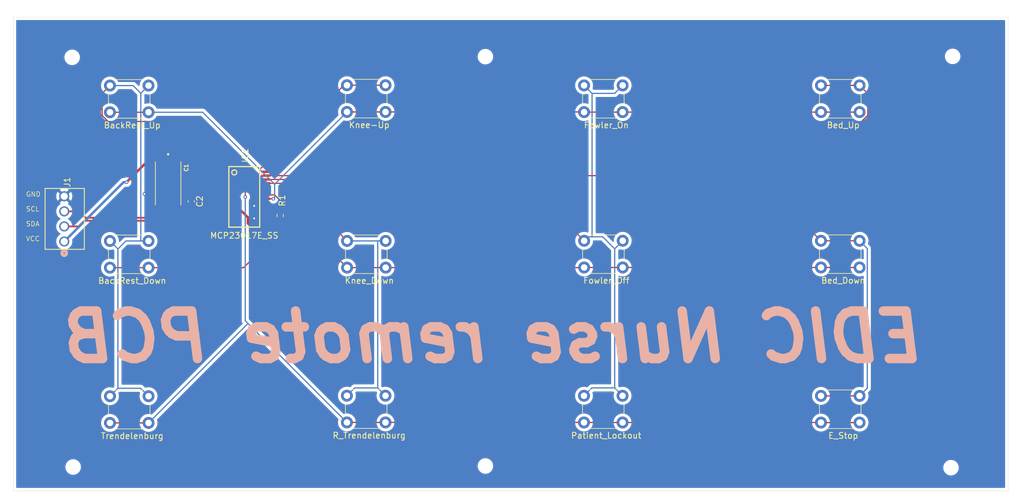
<source format=kicad_pcb>
(kicad_pcb (version 20241229) (generator "pcbnew") (generator_version "9.0")
  (layers (0 "F.Cu" signal) (2 "B.Cu" signal) (13 "F.Paste" user) (15 "B.Paste" user) (5 "F.SilkS" user "F.Silkscreen") (7 "B.SilkS" user "B.Silkscreen") (1 "F.Mask" user) (3 "B.Mask" user) (25 "Edge.Cuts" user))
  (net 0 "")
  (net 1 "+3.3V")
  (net 2 "GND")
  (net 4 "/R3")
  (net 6 "/SDA")
  (net 7 "/C1")
  (net 10 "Net-(IC1-{slash}RESET)")
  (net 12 "/C2")
  (net 16 "/C4")
  (net 17 "/SCL")
  (net 18 "/C3")
  (net 19 "/R2")
  (net 24 "/R1")
  (footprint "Button_Switch_THT:SW_PUSH_6mm" (layer "F.Cu") (at 86.203 97.568)
    (property "Reference" "SW9")
    (property "Value" "Trendelenburg" (at 3.75 6.7 0) (layer "F.SilkS"))
    (fp_line (start -0.25 1.5) (end -0.25 3) (stroke (width 0.12)) (layer "F.SilkS"))
    (fp_line (start 1 5.5) (end 5.5 5.5) (stroke (width 0.12)) (layer "F.SilkS"))
    (fp_line (start 5.5 -1) (end 1 -1) (stroke (width 0.12)) (layer "F.SilkS"))
    (fp_line (start 6.75 3) (end 6.75 1.5) (stroke (width 0.12)) (layer "F.SilkS"))
    (pad "1" thru_hole circle (at 0 0 90) (size 2 2) (drill 1.1) (layers "*.Cu" "*.Mask") (net 7 "/C1"))
    (pad "1" thru_hole circle (at 6.5 0 90) (size 2 2) (drill 1.1) (layers "*.Cu" "*.Mask") (net 7 "/C1"))
    (pad "2" thru_hole circle (at 0 4.5 90) (size 2 2) (drill 1.1) (layers "*.Cu" "*.Mask") (net 4 "/R3"))
    (pad "2" thru_hole circle (at 6.5 4.5 90) (size 2 2) (drill 1.1) (layers "*.Cu" "*.Mask") (net 4 "/R3"))
  )
  (footprint "custom_footprints:SSOP28" (layer "F.Cu") (at 108.836 63.977 -90)
    (property "Reference" "IC1" (at -6.977 -0.164 90) (layer "F.SilkS"))
    (property "Value" "MCP23017E_SS" (at 6.523 0 180) (layer "F.SilkS"))
    (fp_line (start -5.1 2.6) (end 5.1 2.6) (stroke (width 0.2032)) (layer "F.SilkS"))
    (fp_line (start 5.1 2.6) (end 5.1 -2.6) (stroke (width 0.2032)) (layer "F.SilkS"))
    (fp_line (start -5.10086 2.59975) (end -5.10086 -2.60025) (stroke (width 0.2032)) (layer "F.SilkS"))
    (fp_line (start 5.1 -2.6) (end -5.1 -2.6) (stroke (width 0.2032)) (layer "F.SilkS"))
    (fp_circle (center -4.11307 1.68699) (end -3.697151 1.68699) (stroke (width 0.2032)) (fill no) (layer "F.SilkS"))
    (pad "1" smd rect (at -4.225 3.625 270) (size 0.4 1.5) (layers "F.Cu" "F.Mask" "F.Paste"))
    (pad "2" smd rect (at -3.575 3.625 270) (size 0.4 1.5) (layers "F.Cu" "F.Mask" "F.Paste"))
    (pad "3" smd rect (at -2.925 3.625 270) (size 0.4 1.5) (layers "F.Cu" "F.Mask" "F.Paste"))
    (pad "4" smd rect (at -2.275 3.625 270) (size 0.4 1.5) (layers "F.Cu" "F.Mask" "F.Paste"))
    (pad "5" smd rect (at -1.625 3.625 270) (size 0.4 1.5) (layers "F.Cu" "F.Mask" "F.Paste"))
    (pad "6" smd rect (at -0.975 3.625 270) (size 0.4 1.5) (layers "F.Cu" "F.Mask" "F.Paste"))
    (pad "7" smd rect (at -0.325 3.625 270) (size 0.4 1.5) (layers "F.Cu" "F.Mask" "F.Paste"))
    (pad "8" smd rect (at 0.325 3.625 270) (size 0.4 1.5) (layers "F.Cu" "F.Mask" "F.Paste"))
    (pad "9" smd rect (at 0.975 3.625 270) (size 0.4 1.5) (layers "F.Cu" "F.Mask" "F.Paste") (net 1 "+3.3V"))
    (pad "10" smd rect (at 1.625 3.625 270) (size 0.4 1.5) (layers "F.Cu" "F.Mask" "F.Paste") (net 2 "GND"))
    (pad "11" smd rect (at 2.275 3.625 270) (size 0.4 1.5) (layers "F.Cu" "F.Mask" "F.Paste"))
    (pad "12" smd rect (at 2.925 3.625 270) (size 0.4 1.5) (layers "F.Cu" "F.Mask" "F.Paste") (net 17 "/SCL"))
    (pad "13" smd rect (at 3.575 3.625 270) (size 0.4 1.5) (layers "F.Cu" "F.Mask" "F.Paste") (net 6 "/SDA"))
    (pad "14" smd rect (at 4.225 3.625 270) (size 0.4 1.5) (layers "F.Cu" "F.Mask" "F.Paste"))
    (pad "15" smd rect (at 4.225 -3.625 270) (size 0.4 1.5) (layers "F.Cu" "F.Mask" "F.Paste") (net 1 "+3.3V"))
    (pad "16" smd rect (at 3.575 -3.625 270) (size 0.4 1.5) (layers "F.Cu" "F.Mask" "F.Paste") (net 2 "GND"))
    (pad "17" smd rect (at 2.925 -3.625 270) (size 0.4 1.5) (layers "F.Cu" "F.Mask" "F.Paste") (net 2 "GND"))
    (pad "18" smd rect (at 2.275 -3.625 270) (size 0.4 1.5) (layers "F.Cu" "F.Mask" "F.Paste") (net 10 "Net-(IC1-{slash}RESET)"))
    (pad "19" smd rect (at 1.625 -3.625 270) (size 0.4 1.5) (layers "F.Cu" "F.Mask" "F.Paste"))
    (pad "20" smd rect (at 0.975 -3.625 270) (size 0.4 1.5) (layers "F.Cu" "F.Mask" "F.Paste"))
    (pad "21" smd rect (at 0.325 -3.625 270) (size 0.4 1.5) (layers "F.Cu" "F.Mask" "F.Paste") (net 24 "/R1"))
    (pad "22" smd rect (at -0.325 -3.625 270) (size 0.4 1.5) (layers "F.Cu" "F.Mask" "F.Paste") (net 19 "/R2"))
    (pad "23" smd rect (at -0.975 -3.625 270) (size 0.4 1.5) (layers "F.Cu" "F.Mask" "F.Paste") (net 4 "/R3"))
    (pad "24" smd rect (at -1.625 -3.625 270) (size 0.4 1.5) (layers "F.Cu" "F.Mask" "F.Paste") (net 7 "/C1"))
    (pad "25" smd rect (at -2.275 -3.625 270) (size 0.4 1.5) (layers "F.Cu" "F.Mask" "F.Paste") (net 12 "/C2"))
    (pad "26" smd rect (at -2.925 -3.625 270) (size 0.4 1.5) (layers "F.Cu" "F.Mask" "F.Paste") (net 18 "/C3"))
    (pad "27" smd rect (at -3.575 -3.625 270) (size 0.4 1.5) (layers "F.Cu" "F.Mask" "F.Paste") (net 16 "/C4"))
    (pad "28" smd rect (at -4.225 -3.625 270) (size 0.4 1.5) (layers "F.Cu" "F.Mask" "F.Paste"))
  )
  (footprint "Button_Switch_THT:SW_PUSH_6mm" (layer "F.Cu") (at 166.1 71.379)
    (property "Reference" "SW7")
    (property "Value" "Fowler_Off" (at 3.75 6.7 0) (layer "F.SilkS"))
    (fp_line (start -0.25 1.5) (end -0.25 3) (stroke (width 0.12)) (layer "F.SilkS"))
    (fp_line (start 1 5.5) (end 5.5 5.5) (stroke (width 0.12)) (layer "F.SilkS"))
    (fp_line (start 5.5 -1) (end 1 -1) (stroke (width 0.12)) (layer "F.SilkS"))
    (fp_line (start 6.75 3) (end 6.75 1.5) (stroke (width 0.12)) (layer "F.SilkS"))
    (pad "1" thru_hole circle (at 0 0 90) (size 2 2) (drill 1.1) (layers "*.Cu" "*.Mask") (net 18 "/C3"))
    (pad "1" thru_hole circle (at 6.5 0 90) (size 2 2) (drill 1.1) (layers "*.Cu" "*.Mask") (net 18 "/C3"))
    (pad "2" thru_hole circle (at 0 4.5 90) (size 2 2) (drill 1.1) (layers "*.Cu" "*.Mask") (net 19 "/R2"))
    (pad "2" thru_hole circle (at 6.5 4.5 90) (size 2 2) (drill 1.1) (layers "*.Cu" "*.Mask") (net 19 "/R2"))
  )
  (footprint "Button_Switch_THT:SW_PUSH_6mm" (layer "F.Cu") (at 166.073 97.496)
    (property "Reference" "SW11")
    (property "Value" "Patient_Lockout" (at 3.75 6.7 0) (layer "F.SilkS"))
    (fp_line (start -0.25 1.5) (end -0.25 3) (stroke (width 0.12)) (layer "F.SilkS"))
    (fp_line (start 1 5.5) (end 5.5 5.5) (stroke (width 0.12)) (layer "F.SilkS"))
    (fp_line (start 5.5 -1) (end 1 -1) (stroke (width 0.12)) (layer "F.SilkS"))
    (fp_line (start 6.75 3) (end 6.75 1.5) (stroke (width 0.12)) (layer "F.SilkS"))
    (pad "1" thru_hole circle (at 0 0 90) (size 2 2) (drill 1.1) (layers "*.Cu" "*.Mask") (net 18 "/C3"))
    (pad "1" thru_hole circle (at 6.5 0 90) (size 2 2) (drill 1.1) (layers "*.Cu" "*.Mask") (net 18 "/C3"))
    (pad "2" thru_hole circle (at 0 4.5 90) (size 2 2) (drill 1.1) (layers "*.Cu" "*.Mask") (net 4 "/R3"))
    (pad "2" thru_hole circle (at 6.5 4.5 90) (size 2 2) (drill 1.1) (layers "*.Cu" "*.Mask") (net 4 "/R3"))
  )
  (footprint "Button_Switch_THT:SW_PUSH_6mm" (layer "F.Cu") (at 126.156 71.402)
    (property "Reference" "SW6")
    (property "Value" "Knee_Down" (at 3.75 6.7 0) (layer "F.SilkS"))
    (fp_line (start -0.25 1.5) (end -0.25 3) (stroke (width 0.12)) (layer "F.SilkS"))
    (fp_line (start 1 5.5) (end 5.5 5.5) (stroke (width 0.12)) (layer "F.SilkS"))
    (fp_line (start 5.5 -1) (end 1 -1) (stroke (width 0.12)) (layer "F.SilkS"))
    (fp_line (start 6.75 3) (end 6.75 1.5) (stroke (width 0.12)) (layer "F.SilkS"))
    (pad "1" thru_hole circle (at 0 0 90) (size 2 2) (drill 1.1) (layers "*.Cu" "*.Mask") (net 12 "/C2"))
    (pad "1" thru_hole circle (at 6.5 0 90) (size 2 2) (drill 1.1) (layers "*.Cu" "*.Mask") (net 12 "/C2"))
    (pad "2" thru_hole circle (at 0 4.5 90) (size 2 2) (drill 1.1) (layers "*.Cu" "*.Mask") (net 19 "/R2"))
    (pad "2" thru_hole circle (at 6.5 4.5 90) (size 2 2) (drill 1.1) (layers "*.Cu" "*.Mask") (net 19 "/R2"))
  )
  (footprint "MountingHole:MountingHole_2.1mm" (layer "F.Cu") (at 149.463 40.355)
    (property "Reference" "REF3")
    (property "Value" "MountingHole_2.1mm")
    (pad "" np_thru_hole circle (at 0 0) (size 2.1 2.1) (drill 2.1) (layers "*.Cu" "*.Mask"))
  )
  (footprint "Button_Switch_THT:SW_PUSH_6mm" (layer "F.Cu") (at 86.198 71.412)
    (property "Reference" "SW5")
    (property "Value" "BackRest_Down" (at 3.75 6.7 0) (layer "F.SilkS"))
    (fp_line (start -0.25 1.5) (end -0.25 3) (stroke (width 0.12)) (layer "F.SilkS"))
    (fp_line (start 1 5.5) (end 5.5 5.5) (stroke (width 0.12)) (layer "F.SilkS"))
    (fp_line (start 5.5 -1) (end 1 -1) (stroke (width 0.12)) (layer "F.SilkS"))
    (fp_line (start 6.75 3) (end 6.75 1.5) (stroke (width 0.12)) (layer "F.SilkS"))
    (pad "1" thru_hole circle (at 0 0 90) (size 2 2) (drill 1.1) (layers "*.Cu" "*.Mask") (net 7 "/C1"))
    (pad "1" thru_hole circle (at 6.5 0 90) (size 2 2) (drill 1.1) (layers "*.Cu" "*.Mask") (net 7 "/C1"))
    (pad "2" thru_hole circle (at 0 4.5 90) (size 2 2) (drill 1.1) (layers "*.Cu" "*.Mask") (net 19 "/R2"))
    (pad "2" thru_hole circle (at 6.5 4.5 90) (size 2 2) (drill 1.1) (layers "*.Cu" "*.Mask") (net 19 "/R2"))
  )
  (footprint "MountingHole:MountingHole_2.1mm" (layer "F.Cu") (at 227.915 109.612)
    (property "Reference" "REF6")
    (property "Value" "MountingHole_2.1mm")
    (pad "" np_thru_hole circle (at 0 0) (size 2.1 2.1) (drill 2.1) (layers "*.Cu" "*.Mask"))
  )
  (footprint "Button_Switch_THT:SW_PUSH_6mm" (layer "F.Cu") (at 206.009 45.198)
    (property "Reference" "SW4")
    (property "Value" "Bed_Up" (at 3.75 6.7 0) (layer "F.SilkS"))
    (fp_line (start -0.25 1.5) (end -0.25 3) (stroke (width 0.12)) (layer "F.SilkS"))
    (fp_line (start 1 5.5) (end 5.5 5.5) (stroke (width 0.12)) (layer "F.SilkS"))
    (fp_line (start 5.5 -1) (end 1 -1) (stroke (width 0.12)) (layer "F.SilkS"))
    (fp_line (start 6.75 3) (end 6.75 1.5) (stroke (width 0.12)) (layer "F.SilkS"))
    (pad "1" thru_hole circle (at 0 0 90) (size 2 2) (drill 1.1) (layers "*.Cu" "*.Mask") (net 16 "/C4"))
    (pad "1" thru_hole circle (at 6.5 0 90) (size 2 2) (drill 1.1) (layers "*.Cu" "*.Mask") (net 16 "/C4"))
    (pad "2" thru_hole circle (at 0 4.5 90) (size 2 2) (drill 1.1) (layers "*.Cu" "*.Mask") (net 24 "/R1"))
    (pad "2" thru_hole circle (at 6.5 4.5 90) (size 2 2) (drill 1.1) (layers "*.Cu" "*.Mask") (net 24 "/R1"))
  )
  (footprint "custom_footprints:CONN04_1718560004_MOL" (layer "F.Cu") (at 78.5 71.5 90)
    (property "Reference" "J1" (at 10 0.5 90) (layer "F.SilkS"))
    (property "Value" "1718560004")
    (fp_line (start 8.9408 -3.2258) (end -1.3208 -3.2258) (stroke (width 0.1524)) (layer "F.SilkS"))
    (fp_line (start -1.3208 -3.2258) (end -1.3208 3.3782) (stroke (width 0.1524)) (layer "F.SilkS"))
    (fp_line (start 8.9408 3.3782) (end 8.9408 -3.2258) (stroke (width 0.1524)) (layer "F.SilkS"))
    (fp_line (start -1.3208 3.3782) (end 8.9408 3.3782) (stroke (width 0.1524)) (layer "F.SilkS"))
    (fp_arc (start -1.5748 0) (mid -1.9558 0.381) (end -2.3368 0) (stroke (width 0.508)) (layer "F.SilkS"))
    (fp_arc (start -2.3368 0) (mid -1.9558 -0.381) (end -1.5748 0) (stroke (width 0.508)) (layer "F.SilkS"))
    (fp_arc (start -1.5748 0) (mid -1.9558 0.381) (end -2.3368 0) (stroke (width 0.508)) (layer "B.SilkS"))
    (fp_arc (start -2.3368 0) (mid -1.9558 -0.381) (end -1.5748 0) (stroke (width 0.508)) (layer "B.SilkS"))
    (pad "1" thru_hole circle (at 0 0 90) (size 1.7018 1.7018) (drill 1.1938) (layers "*.Cu" "*.Mask") (net 1 "+3.3V"))
    (pad "2" thru_hole circle (at 2.54 0 90) (size 1.7018 1.7018) (drill 1.1938) (layers "*.Cu" "*.Mask") (net 6 "/SDA"))
    (pad "3" thru_hole circle (at 5.08 0 90) (size 1.7018 1.7018) (drill 1.1938) (layers "*.Cu" "*.Mask") (net 17 "/SCL"))
    (pad "4" thru_hole circle (at 7.62 0 90) (size 1.7018 1.7018) (drill 1.1938) (layers "*.Cu" "*.Mask") (net 2 "GND"))
  )
  (footprint "Button_Switch_THT:SW_PUSH_6mm" (layer "F.Cu") (at 86.198 45.225)
    (property "Reference" "SW1")
    (property "Value" "BackRest_Up" (at 3.75 6.7 0) (layer "F.SilkS"))
    (fp_line (start -0.25 1.5) (end -0.25 3) (stroke (width 0.12)) (layer "F.SilkS"))
    (fp_line (start 1 5.5) (end 5.5 5.5) (stroke (width 0.12)) (layer "F.SilkS"))
    (fp_line (start 5.5 -1) (end 1 -1) (stroke (width 0.12)) (layer "F.SilkS"))
    (fp_line (start 6.75 3) (end 6.75 1.5) (stroke (width 0.12)) (layer "F.SilkS"))
    (pad "1" thru_hole circle (at 0 0 90) (size 2 2) (drill 1.1) (layers "*.Cu" "*.Mask") (net 7 "/C1"))
    (pad "1" thru_hole circle (at 6.5 0 90) (size 2 2) (drill 1.1) (layers "*.Cu" "*.Mask") (net 7 "/C1"))
    (pad "2" thru_hole circle (at 0 4.5 90) (size 2 2) (drill 1.1) (layers "*.Cu" "*.Mask") (net 24 "/R1"))
    (pad "2" thru_hole circle (at 6.5 4.5 90) (size 2 2) (drill 1.1) (layers "*.Cu" "*.Mask") (net 24 "/R1"))
  )
  (footprint "MountingHole:MountingHole_2.1mm" (layer "F.Cu") (at 79.831 40.473)
    (property "Reference" "REF1")
    (property "Value" "MountingHole_2.1mm")
    (pad "" np_thru_hole circle (at 0 0) (size 2.1 2.1) (drill 2.1) (layers "*.Cu" "*.Mask"))
  )
  (footprint "Button_Switch_THT:SW_PUSH_6mm" (layer "F.Cu") (at 126.125 97.484)
    (property "Reference" "SW10")
    (property "Value" "R_Trendelenburg" (at 3.75 6.7 0) (layer "F.SilkS"))
    (fp_line (start -0.25 1.5) (end -0.25 3) (stroke (width 0.12)) (layer "F.SilkS"))
    (fp_line (start 1 5.5) (end 5.5 5.5) (stroke (width 0.12)) (layer "F.SilkS"))
    (fp_line (start 5.5 -1) (end 1 -1) (stroke (width 0.12)) (layer "F.SilkS"))
    (fp_line (start 6.75 3) (end 6.75 1.5) (stroke (width 0.12)) (layer "F.SilkS"))
    (pad "1" thru_hole circle (at 0 0 90) (size 2 2) (drill 1.1) (layers "*.Cu" "*.Mask") (net 12 "/C2"))
    (pad "1" thru_hole circle (at 6.5 0 90) (size 2 2) (drill 1.1) (layers "*.Cu" "*.Mask") (net 12 "/C2"))
    (pad "2" thru_hole circle (at 0 4.5 90) (size 2 2) (drill 1.1) (layers "*.Cu" "*.Mask") (net 4 "/R3"))
    (pad "2" thru_hole circle (at 6.5 4.5 90) (size 2 2) (drill 1.1) (layers "*.Cu" "*.Mask") (net 4 "/R3"))
  )
  (footprint "MountingHole:MountingHole_2.1mm" (layer "F.Cu") (at 228.194 40.31)
    (property "Reference" "REF5")
    (property "Value" "MountingHole_2.1mm")
    (pad "" np_thru_hole circle (at 0 0) (size 2.1 2.1) (drill 2.1) (layers "*.Cu" "*.Mask"))
  )
  (footprint "MountingHole:MountingHole_2.1mm" (layer "F.Cu") (at 80 109.5)
    (property "Reference" "REF2")
    (property "Value" "MountingHole_2.1mm")
    (pad "" np_thru_hole circle (at 0 0) (size 2.1 2.1) (drill 2.1) (layers "*.Cu" "*.Mask"))
  )
  (footprint "Resistor_SMD:R_0603_1608Metric" (layer "F.Cu") (at 114.883 67.119 90)
    (property "Reference" "R1" (at 2.52 0.329 90) (layer "F.SilkS"))
    (property "Value" "10K")
    (fp_line (start -0.237258 -0.5225) (end 0.237258 -0.5225) (stroke (width 0.12)) (layer "F.SilkS"))
    (fp_line (start -0.237258 0.5225) (end 0.237258 0.5225) (stroke (width 0.12)) (layer "F.SilkS"))
    (pad "1" smd roundrect (at -0.825 0 90) (size 0.8 0.95) (layers "F.Cu" "F.Mask" "F.Paste") (net 1 "+3.3V"))
    (pad "2" smd roundrect (at 0.825 0 90) (size 0.8 0.95) (layers "F.Cu" "F.Mask" "F.Paste") (net 10 "Net-(IC1-{slash}RESET)"))
  )
  (footprint "Button_Switch_THT:SW_PUSH_6mm" (layer "F.Cu") (at 126.133 45.172)
    (property "Reference" "SW2")
    (property "Value" "Knee-Up" (at 3.75 6.7 0) (layer "F.SilkS"))
    (fp_line (start -0.25 1.5) (end -0.25 3) (stroke (width 0.12)) (layer "F.SilkS"))
    (fp_line (start 1 5.5) (end 5.5 5.5) (stroke (width 0.12)) (layer "F.SilkS"))
    (fp_line (start 5.5 -1) (end 1 -1) (stroke (width 0.12)) (layer "F.SilkS"))
    (fp_line (start 6.75 3) (end 6.75 1.5) (stroke (width 0.12)) (layer "F.SilkS"))
    (pad "1" thru_hole circle (at 0 0 90) (size 2 2) (drill 1.1) (layers "*.Cu" "*.Mask") (net 12 "/C2"))
    (pad "1" thru_hole circle (at 6.5 0 90) (size 2 2) (drill 1.1) (layers "*.Cu" "*.Mask") (net 12 "/C2"))
    (pad "2" thru_hole circle (at 0 4.5 90) (size 2 2) (drill 1.1) (layers "*.Cu" "*.Mask") (net 24 "/R1"))
    (pad "2" thru_hole circle (at 6.5 4.5 90) (size 2 2) (drill 1.1) (layers "*.Cu" "*.Mask") (net 24 "/R1"))
  )
  (footprint "Button_Switch_THT:SW_PUSH_6mm" (layer "F.Cu") (at 206.005 71.38)
    (property "Reference" "SW8")
    (property "Value" "Bed_Down" (at 3.75 6.7 0) (layer "F.SilkS"))
    (fp_line (start -0.25 1.5) (end -0.25 3) (stroke (width 0.12)) (layer "F.SilkS"))
    (fp_line (start 1 5.5) (end 5.5 5.5) (stroke (width 0.12)) (layer "F.SilkS"))
    (fp_line (start 5.5 -1) (end 1 -1) (stroke (width 0.12)) (layer "F.SilkS"))
    (fp_line (start 6.75 3) (end 6.75 1.5) (stroke (width 0.12)) (layer "F.SilkS"))
    (pad "1" thru_hole circle (at 0 0 90) (size 2 2) (drill 1.1) (layers "*.Cu" "*.Mask") (net 16 "/C4"))
    (pad "1" thru_hole circle (at 6.5 0 90) (size 2 2) (drill 1.1) (layers "*.Cu" "*.Mask") (net 16 "/C4"))
    (pad "2" thru_hole circle (at 0 4.5 90) (size 2 2) (drill 1.1) (layers "*.Cu" "*.Mask") (net 19 "/R2"))
    (pad "2" thru_hole circle (at 6.5 4.5 90) (size 2 2) (drill 1.1) (layers "*.Cu" "*.Mask") (net 19 "/R2"))
  )
  (footprint "custom_footprints:CAP_EEFSX0D221ER" (layer "F.Cu") (at 96 61.7 -90)
    (property "Reference" "C1" (at -2.618 -3.0564 90) (layer "F.SilkS") (effects (font (size 0.64 0.64))))
    (property "Value" "10uF")
    (fp_line (start -3.65 2.15) (end 3.65 2.15) (stroke (width 0.127)) (layer "F.SilkS"))
    (fp_line (start -3.65 -2.15) (end 3.65 -2.15) (stroke (width 0.127)) (layer "F.SilkS"))
    (fp_circle (center -4.9 0) (end -4.8 0) (stroke (width 0.2)) (fill no) (layer "F.SilkS"))
    (pad "1" smd rect (at -3.2 0 270) (size 2.4 2.8) (layers "F.Cu" "F.Mask" "F.Paste") (net 1 "+3.3V"))
    (pad "2" smd rect (at 3.2 0 270) (size 2.4 2.8) (layers "F.Cu" "F.Mask" "F.Paste") (net 2 "GND"))
  )
  (footprint "Button_Switch_THT:SW_PUSH_6mm" (layer "F.Cu") (at 206.004 97.514)
    (property "Reference" "SW12")
    (property "Value" "E_Stop" (at 3.75 6.7 0) (layer "F.SilkS"))
    (fp_line (start -0.25 1.5) (end -0.25 3) (stroke (width 0.12)) (layer "F.SilkS"))
    (fp_line (start 1 5.5) (end 5.5 5.5) (stroke (width 0.12)) (layer "F.SilkS"))
    (fp_line (start 5.5 -1) (end 1 -1) (stroke (width 0.12)) (layer "F.SilkS"))
    (fp_line (start 6.75 3) (end 6.75 1.5) (stroke (width 0.12)) (layer "F.SilkS"))
    (pad "1" thru_hole circle (at 0 0 90) (size 2 2) (drill 1.1) (layers "*.Cu" "*.Mask") (net 16 "/C4"))
    (pad "1" thru_hole circle (at 6.5 0 90) (size 2 2) (drill 1.1) (layers "*.Cu" "*.Mask") (net 16 "/C4"))
    (pad "2" thru_hole circle (at 0 4.5 90) (size 2 2) (drill 1.1) (layers "*.Cu" "*.Mask") (net 4 "/R3"))
    (pad "2" thru_hole circle (at 6.5 4.5 90) (size 2 2) (drill 1.1) (layers "*.Cu" "*.Mask") (net 4 "/R3"))
  )
  (footprint "Button_Switch_THT:SW_PUSH_6mm" (layer "F.Cu") (at 166.087 45.199)
    (property "Reference" "SW3")
    (property "Value" "Fowler_On" (at 3.75 6.7 0) (layer "F.SilkS"))
    (fp_line (start -0.25 1.5) (end -0.25 3) (stroke (width 0.12)) (layer "F.SilkS"))
    (fp_line (start 1 5.5) (end 5.5 5.5) (stroke (width 0.12)) (layer "F.SilkS"))
    (fp_line (start 5.5 -1) (end 1 -1) (stroke (width 0.12)) (layer "F.SilkS"))
    (fp_line (start 6.75 3) (end 6.75 1.5) (stroke (width 0.12)) (layer "F.SilkS"))
    (pad "1" thru_hole circle (at 0 0 90) (size 2 2) (drill 1.1) (layers "*.Cu" "*.Mask") (net 18 "/C3"))
    (pad "1" thru_hole circle (at 6.5 0 90) (size 2 2) (drill 1.1) (layers "*.Cu" "*.Mask") (net 18 "/C3"))
    (pad "2" thru_hole circle (at 0 4.5 90) (size 2 2) (drill 1.1) (layers "*.Cu" "*.Mask") (net 24 "/R1"))
    (pad "2" thru_hole circle (at 6.5 4.5 90) (size 2 2) (drill 1.1) (layers "*.Cu" "*.Mask") (net 24 "/R1"))
  )
  (footprint "MountingHole:MountingHole_2.1mm" (layer "F.Cu") (at 149.463 109.329)
    (property "Reference" "REF4")
    (property "Value" "MountingHole_2.1mm")
    (pad "" np_thru_hole circle (at 0 0) (size 2.1 2.1) (drill 2.1) (layers "*.Cu" "*.Mask"))
  )
  (footprint "Capacitor_SMD:C_0603_1608Metric" (layer "F.Cu") (at 99.892493 64.745839 -90)
    (property "Reference" "C2" (at 0 -1.43 270) (layer "F.SilkS"))
    (property "Value" "0.1uF")
    (fp_line (start -0.14058 0.51) (end 0.14058 0.51) (stroke (width 0.12)) (layer "F.SilkS"))
    (fp_line (start -0.14058 -0.51) (end 0.14058 -0.51) (stroke (width 0.12)) (layer "F.SilkS"))
    (pad "1" smd roundrect (at -0.775 0 270) (size 0.9 0.95) (layers "F.Cu" "F.Mask" "F.Paste") (net 1 "+3.3V"))
    (pad "2" smd roundrect (at 0.775 0 270) (size 0.9 0.95) (layers "F.Cu" "F.Mask" "F.Paste") (net 2 "GND"))
  )
  (gr_rect (start 69.893 33.684) (end 237.533 113.521) (stroke (width 0.05)) (fill no) (layer "Edge.Cuts"))
  (gr_text "VCC" (at 72 71.5 0) (layer "F.SilkS") (effects (font (size 0.8 0.8) (thickness 0.1)) (justify left bottom)))
  (gr_text "GND" (at 72 64 0) (layer "F.SilkS") (effects (font (size 0.8 0.8) (thickness 0.1)) (justify left bottom)))
  (gr_text "SCL" (at 72 66.5 0) (layer "F.SilkS") (effects (font (size 0.8 0.8) (thickness 0.1)) (justify left bottom)))
  (gr_text "SDA" (at 72 69 0) (layer "F.SilkS") (effects (font (size 0.8 0.8) (thickness 0.1)) (justify left bottom)))
  (gr_text "EDIC Nurse remote PCB" (at 224.241 92.278 0) (layer "B.SilkS") (effects (font (size 8 8) (thickness 1.6) (bold yes) (italic yes)) (justify left bottom mirror)))
  (segment (start 110 69) (end 109.444157 68.444157) (width 0.4) (layer "F.Cu") (net 1))
  (segment (start 99.892493 63.970839) (end 100 63.863332) (width 0.4) (layer "F.Cu") (net 1))
  (segment (start 112.461 68.202) (end 111.663 69) (width 0.4) (layer "F.Cu") (net 1))
  (segment (start 105.211 64.952) (end 103.452 64.952) (width 0.4) (layer "F.Cu") (net 1))
  (segment (start 114.625 68.202) (end 112.461 68.202) (width 0.4) (layer "F.Cu") (net 1))
  (segment (start 106.952 64.952) (end 105.211 64.952) (width 0.4) (layer "F.Cu") (net 1))
  (segment (start 103.452 64.952) (end 102.470839 63.970839) (width 0.4) (layer "F.Cu") (net 1))
  (segment (start 109.444157 67.444157) (end 106.952 64.952) (width 0.4) (layer "F.Cu") (net 1))
  (segment (start 100 62.5) (end 96 58.5) (width 0.4) (layer "F.Cu") (net 1))
  (segment (start 109.444157 68.444157) (end 109.444157 67.444157) (width 0.4) (layer "F.Cu") (net 1))
  (segment (start 102.470839 63.970839) (end 99.892493 63.970839) (width 0.4) (layer "F.Cu") (net 1))
  (segment (start 114.883 67.944) (end 114.625 68.202) (width 0.2) (layer "F.Cu") (net 1))
  (segment (start 89 61.5) (end 92 58.5) (width 0.4) (layer "F.Cu") (net 1))
  (segment (start 111.663 69) (end 110 69) (width 0.4) (layer "F.Cu") (net 1))
  (segment (start 92 58.5) (end 96 58.5) (width 0.4) (layer "F.Cu") (net 1))
  (segment (start 100 63.863332) (end 100 62.5) (width 0.4) (layer "F.Cu") (net 1))
  (via (at 89 61.5) (size 0.6) (drill 0.3) (layers "F.Cu" "B.Cu") (net 1))
  (segment (start 88.5 61.5) (end 89 61.5) (width 0.4) (layer "B.Cu") (net 1))
  (segment (start 78.5 71.5) (end 88.5 61.5) (width 0.4) (layer "B.Cu") (net 1))
  (segment (start 99.973654 65.602) (end 105.211 65.602) (width 0.4) (layer "F.Cu") (net 2))
  (segment (start 99.892493 65.520839) (end 99.020839 65.520839) (width 0.4) (layer "F.Cu") (net 2))
  (segment (start 99.892493 65.520839) (end 99.973654 65.602) (width 0.4) (layer "F.Cu") (net 2))
  (segment (start 110.5 66.804) (end 110.598 66.902) (width 0.5) (layer "F.Cu") (net 2))
  (segment (start 110.5 65.5) (end 110.5 66.804) (width 0.5) (layer "F.Cu") (net 2))
  (segment (start 93.4 64.9) (end 92 63.5) (width 0.4) (layer "F.Cu") (net 2))
  (segment (start 110.55 67.552) (end 110.5 67.602) (width 0.5) (layer "F.Cu") (net 2))
  (segment (start 112.461 67.552) (end 110.55 67.552) (width 0.5) (layer "F.Cu") (net 2))
  (segment (start 110.598 66.902) (end 112.461 66.902) (width 0.5) (layer "F.Cu") (net 2))
  (segment (start 98.4 64.9) (end 96 64.9) (width 0.4) (layer "F.Cu") (net 2))
  (segment (start 96 64.9) (end 93.4 64.9) (width 0.4) (layer "F.Cu") (net 2))
  (segment (start 99.020839 65.520839) (end 98.4 64.9) (width 0.4) (layer "F.Cu") (net 2))
  (via (at 92 63.5) (size 0.6) (drill 0.3) (layers "F.Cu" "B.Cu") (net 2))
  (via (at 110.5 67.602) (size 0.6) (drill 0.3) (layers "F.Cu" "B.Cu") (net 2))
  (via (at 110.5 65.5) (size 0.6) (drill 0.3) (layers "F.Cu" "B.Cu") (net 2))
  (segment (start 109 64) (end 109 63.002) (width 0.2) (layer "F.Cu") (net 4))
  (segment (start 126.125 101.984) (end 132.625 101.984) (width 0.2) (layer "F.Cu") (net 4))
  (segment (start 132.625 101.984) (end 166.061 101.984) (width 0.2) (layer "F.Cu") (net 4))
  (segment (start 205.986 101.996) (end 206.004 102.014) (width 0.2) (layer "F.Cu") (net 4))
  (segment (start 172.573 101.996) (end 205.986 101.996) (width 0.2) (layer "F.Cu") (net 4))
  (segment (start 212.504 102.014) (end 206.004 102.014) (width 0.2) (layer "F.Cu") (net 4))
  (segment (start 109 63.002) (end 112.461 63.002) (width 0.2) (layer "F.Cu") (net 4))
  (segment (start 166.073 101.996) (end 172.573 101.996) (width 0.2) (layer "F.Cu") (net 4))
  (segment (start 166.061 101.984) (end 166.073 101.996) (width 0.2) (layer "F.Cu") (net 4))
  (segment (start 92.703 102.068) (end 86.203 102.068) (width 0.2) (layer "F.Cu") (net 4))
  (via (at 109 64) (size 0.6) (drill 0.3) (layers "F.Cu" "B.Cu") (net 4))
  (segment (start 109 64) (end 109 84.859) (width 0.2) (layer "B.Cu") (net 4))
  (segment (start 109 84.859) (end 109.456 85.315) (width 0.2) (layer "B.Cu") (net 4))
  (segment (start 109.456 85.315) (end 126.125 101.984) (width 0.2) (layer "B.Cu") (net 4))
  (segment (start 92.703 102.068) (end 109.456 85.315) (width 0.2) (layer "B.Cu") (net 4))
  (segment (start 103.65652 67.552) (end 105.211 67.552) (width 0.3) (layer "F.Cu") (net 6))
  (segment (start 81.87148 68) (end 103.20852 68) (width 0.3) (layer "F.Cu") (net 6))
  (segment (start 80.91148 68.96) (end 81.87148 68) (width 0.3) (layer "F.Cu") (net 6))
  (segment (start 78.5 68.96) (end 80.91148 68.96) (width 0.3) (layer "F.Cu") (net 6))
  (segment (start 103.20852 68) (end 103.65652 67.552) (width 0.3) (layer "F.Cu") (net 6))
  (segment (start 100.0065 51.2806) (end 85.8953 51.2806) (width 0.2) (layer "F.Cu") (net 7))
  (segment (start 111.0779 62.352) (end 100.0065 51.2806) (width 0.2) (layer "F.Cu") (net 7))
  (segment (start 112.461 62.352) (end 111.0779 62.352) (width 0.2) (layer "F.Cu") (net 7))
  (segment (start 84.8875 46.5355) (end 86.198 45.225) (width 0.2) (layer "F.Cu") (net 7))
  (segment (start 85.8953 51.2806) (end 84.8875 50.2728) (width 0.2) (layer "F.Cu") (net 7))
  (segment (start 84.8875 50.2728) (end 84.8875 46.5355) (width 0.2) (layer "F.Cu") (net 7))
  (segment (start 91.3641 96.2291) (end 92.703 97.568) (width 0.2) (layer "B.Cu") (net 7))
  (segment (start 88.8858 71.412) (end 87.5419 72.7559) (width 0.2) (layer "B.Cu") (net 7))
  (segment (start 92.698 45.225) (end 91.3978 46.5252) (width 0.2) (layer "B.Cu") (net 7))
  (segment (start 87.5419 96.2291) (end 91.3641 96.2291) (width 0.2) (layer "B.Cu") (net 7))
  (segment (start 92.698 71.412) (end 91.3978 71.412) (width 0.2) (layer "B.Cu") (net 7))
  (segment (start 91.3978 71.412) (end 88.8858 71.412) (width 0.2) (layer "B.Cu") (net 7))
  (segment (start 86.198 45.225) (end 90.0976 45.225) (width 0.2) (layer "B.Cu") (net 7))
  (segment (start 91.3978 46.5252) (end 91.3978 71.412) (width 0.2) (layer "B.Cu") (net 7))
  (segment (start 86.198 71.412) (end 87.5419 72.7559) (width 0.2) (layer "B.Cu") (net 7))
  (segment (start 87.5419 96.2291) (end 86.203 97.568) (width 0.2) (layer "B.Cu") (net 7))
  (segment (start 90.0976 45.225) (end 91.3978 46.5252) (width 0.2) (layer "B.Cu") (net 7))
  (segment (start 87.5419 72.7559) (end 87.5419 96.2291) (width 0.2) (layer "B.Cu") (net 7))
  (segment (start 112.461 66.252) (end 114.841 66.252) (width 0.2) (layer "F.Cu") (net 10))
  (segment (start 114.841 66.252) (end 114.883 66.294) (width 0.2) (layer "F.Cu") (net 10))
  (segment (start 111.4109 61.702) (end 111.4109 59.3742) (width 0.2) (layer "F.Cu") (net 12))
  (segment (start 116.456 61.702) (end 112.461 61.702) (width 0.2) (layer "F.Cu") (net 12))
  (segment (start 111.4109 59.3742) (end 125.6131 45.172) (width 0.2) (layer "F.Cu") (net 12))
  (segment (start 125.6131 45.172) (end 126.133 45.172) (width 0.2) (layer "F.Cu") (net 12))
  (segment (start 132.633 45.172) (end 126.133 45.172) (width 0.2) (layer "F.Cu") (net 12))
  (segment (start 126.156 71.402) (end 116.456 61.702) (width 0.2) (layer "F.Cu") (net 12))
  (segment (start 112.461 61.702) (end 111.4109 61.702) (width 0.2) (layer "F.Cu") (net 12))
  (segment (start 131.3173 96.1763) (end 127.4327 96.1763) (width 0.2) (layer "B.Cu") (net 12))
  (segment (start 131.3173 71.402) (end 131.3173 96.1763) (width 0.2) (layer "B.Cu") (net 12))
  (segment (start 131.3173 96.1763) (end 132.625 97.484) (width 0.2) (layer "B.Cu") (net 12))
  (segment (start 131.3173 71.402) (end 126.156 71.402) (width 0.2) (layer "B.Cu") (net 12))
  (segment (start 127.4327 96.1763) (end 126.125 97.484) (width 0.2) (layer "B.Cu") (net 12))
  (segment (start 132.656 71.402) (end 131.3173 71.402) (width 0.2) (layer "B.Cu") (net 12))
  (segment (start 195.027 60.402) (end 199.3699 64.7448) (width 0.2) (layer "F.Cu") (net 16))
  (segment (start 213.8944 50.2203) (end 213.8944 46.5834) (width 0.2) (layer "F.Cu") (net 16))
  (segment (start 199.3699 64.7448) (end 206.005 71.38) (width 0.2) (layer "F.Cu") (net 16))
  (segment (start 212.509 45.198) (end 206.009 45.198) (width 0.2) (layer "F.Cu") (net 16))
  (segment (start 199.3699 64.7448) (end 213.8944 50.2203) (width 0.2) (layer "F.Cu") (net 16))
  (segment (start 212.504 97.514) (end 206.004 97.514) (width 0.2) (layer "F.Cu") (net 16))
  (segment (start 112.461 60.402) (end 195.027 60.402) (width 0.2) (layer "F.Cu") (net 16))
  (segment (start 212.505 71.38) (end 206.005 71.38) (width 0.2) (layer "F.Cu") (net 16))
  (segment (start 213.8944 46.5834) (end 212.509 45.198) (width 0.2) (layer "F.Cu") (net 16))
  (segment (start 213.81 72.685) (end 213.81 96.208) (width 0.2) (layer "B.Cu") (net 16))
  (segment (start 212.505 71.38) (end 213.81 72.685) (width 0.2) (layer "B.Cu") (net 16))
  (segment (start 213.81 96.208) (end 212.504 97.514) (width 0.2) (layer "B.Cu") (net 16))
  (segment (start 103 67.5) (end 103.598 66.902) (width 0.3) (layer "F.Cu") (net 17))
  (segment (start 78.5 66.42) (end 81 66.42) (width 0.3) (layer "F.Cu") (net 17))
  (segment (start 81 66.42) (end 82.08 67.5) (width 0.3) (layer "F.Cu") (net 17))
  (segment (start 82.08 67.5) (end 103 67.5) (width 0.3) (layer "F.Cu") (net 17))
  (segment (start 103.598 66.902) (end 105.211 66.902) (width 0.3) (layer "F.Cu") (net 17))
  (segment (start 155.773 61.052) (end 166.1 71.379) (width 0.2) (layer "F.Cu") (net 18))
  (segment (start 112.461 61.052) (end 155.773 61.052) (width 0.2) (layer "F.Cu") (net 18))
  (segment (start 166.1 71.379) (end 166.7672 70.7118) (width 0.2) (layer "B.Cu") (net 18))
  (segment (start 172.587 45.199) (end 171.2396 46.5464) (width 0.2) (layer "B.Cu") (net 18))
  (segment (start 171.2465 96.1695) (end 167.3995 96.1695) (width 0.2) (layer "B.Cu") (net 18))
  (segment (start 167.4344 46.5464) (end 166.087 45.199) (width 0.2) (layer "B.Cu") (net 18))
  (segment (start 171.2465 72.7325) (end 171.2465 96.1695) (width 0.2) (layer "B.Cu") (net 18))
  (segment (start 166.7672 70.7118) (end 167.4344 70.7118) (width 0.2) (layer "B.Cu") (net 18))
  (segment (start 171.2396 46.5464) (end 167.4344 46.5464) (width 0.2) (layer "B.Cu") (net 18))
  (segment (start 171.2465 96.1695) (end 172.573 97.496) (width 0.2) (layer "B.Cu") (net 18))
  (segment (start 167.4344 70.7118) (end 169.2258 70.7118) (width 0.2) (layer "B.Cu") (net 18))
  (segment (start 169.2258 70.7118) (end 171.2465 72.7325) (width 0.2) (layer "B.Cu") (net 18))
  (segment (start 171.2465 72.7325) (end 172.6 71.379) (width 0.2) (layer "B.Cu") (net 18))
  (segment (start 167.4344 70.7118) (end 167.4344 46.5464) (width 0.2) (layer "B.Cu") (net 18))
  (segment (start 167.3995 96.1695) (end 166.073 97.496) (width 0.2) (layer "B.Cu") (net 18))
  (segment (start 172.6 75.879) (end 206.004 75.879) (width 0.2) (layer "F.Cu") (net 19))
  (segment (start 116.1427 68.484) (end 118.738 68.484) (width 0.2) (layer "F.Cu") (net 19))
  (segment (start 126.156 75.902) (end 132.656 75.902) (width 0.2) (layer "F.Cu") (net 19))
  (segment (start 166.1 75.879) (end 172.6 75.879) (width 0.2) (layer "F.Cu") (net 19))
  (segment (start 92.698 75.912) (end 108.7147 75.912) (width 0.2) (layer "F.Cu") (net 19))
  (segment (start 108.7147 75.912) (end 116.1427 68.484) (width 0.2) (layer "F.Cu") (net 19))
  (segment (start 212.505 75.88) (end 206.005 75.88) (width 0.2) (layer "F.Cu") (net 19))
  (segment (start 116.1427 65.8553) (end 113.9394 63.652) (width 0.2) (layer "F.Cu") (net 19))
  (segment (start 116.1427 68.484) (end 116.1427 65.8553) (width 0.2) (layer "F.Cu") (net 19))
  (segment (start 206.004 75.879) (end 206.005 75.88) (width 0.2) (layer "F.Cu") (net 19))
  (segment (start 166.077 75.902) (end 166.1 75.879) (width 0.2) (layer "F.Cu") (net 19))
  (segment (start 113.9394 63.652) (end 112.461 63.652) (width 0.2) (layer "F.Cu") (net 19))
  (segment (start 132.656 75.902) (end 166.077 75.902) (width 0.2) (layer "F.Cu") (net 19))
  (segment (start 86.198 75.912) (end 92.698 75.912) (width 0.2) (layer "F.Cu") (net 19))
  (segment (start 118.738 68.484) (end 126.156 75.902) (width 0.2) (layer "F.Cu") (net 19))
  (segment (start 212.509 49.698) (end 206.009 49.698) (width 0.2) (layer "F.Cu") (net 24))
  (segment (start 126.133 49.672) (end 132.633 49.672) (width 0.2) (layer "F.Cu") (net 24))
  (segment (start 132.633 49.672) (end 166.06 49.672) (width 0.2) (layer "F.Cu") (net 24))
  (segment (start 166.087 49.699) (end 172.587 49.699) (width 0.2) (layer "F.Cu") (net 24))
  (segment (start 113.5111 64.302) (end 113.7302 64.302) (width 0.2) (layer "F.Cu") (net 24))
  (segment (start 166.06 49.672) (end 166.087 49.699) (width 0.2) (layer "F.Cu") (net 24))
  (segment (start 172.587 49.699) (end 206.008 49.699) (width 0.2) (layer "F.Cu") (net 24))
  (segment (start 206.008 49.699) (end 206.009 49.698) (width 0.2) (layer "F.Cu") (net 24))
  (segment (start 92.698 49.725) (end 86.198 49.725) (width 0.2) (layer "F.Cu") (net 24))
  (segment (start 112.461 64.302) (end 113.5111 64.302) (width 0.2) (layer "F.Cu") (net 24))
  (via (at 113.7302 64.302) (size 0.6) (drill 0.3) (layers "F.Cu" "B.Cu") (net 24))
  (segment (start 113.9493 64.0829) (end 113.7302 64.302) (width 0.2) (layer "B.Cu") (net 24))
  (segment (start 101.8186 49.725) (end 92.698 49.725) (width 0.2) (layer "B.Cu") (net 24))
  (segment (start 113.9493 61.8557) (end 101.8186 49.725) (width 0.2) (layer "B.Cu") (net 24))
  (segment (start 113.9493 61.8557) (end 113.9493 64.0829) (width 0.2) (layer "B.Cu") (net 24))
  (segment (start 126.133 49.672) (end 113.9493 61.8557) (width 0.2) (layer "B.Cu") (net 24))
  (zone (net 2) (net_name "GND") (layer "B.Cu") (name "GND_Bottom") (connect_pads (clearance 0.5)) (min_thickness 0.25) (fill yes (thermal_gap 0.5) (thermal_bridge_width 0.5))
    (polygon (pts (xy 67.6724 31.232334) (xy 239.766766 30.808457) (xy 240.2212 115.333011) (xy 67.6724 115.756964) (xy 67.6724 31.076201)))
  )
)
</source>
